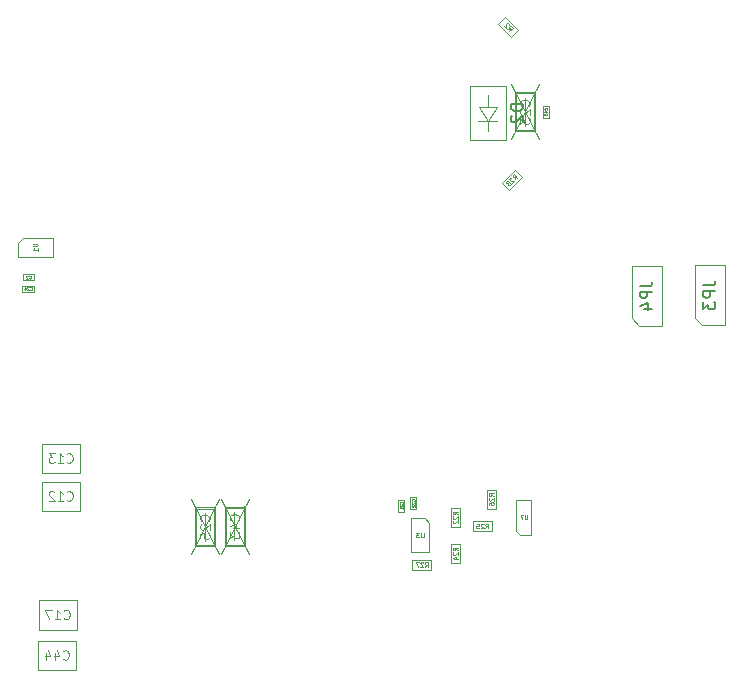
<source format=gbr>
G04 #@! TF.GenerationSoftware,KiCad,Pcbnew,9.0.1+1*
G04 #@! TF.CreationDate,2025-10-09T09:51:30+00:00*
G04 #@! TF.ProjectId,c64psu,63363470-7375-42e6-9b69-6361645f7063,rev?*
G04 #@! TF.SameCoordinates,Original*
G04 #@! TF.FileFunction,AssemblyDrawing,Bot*
%FSLAX46Y46*%
G04 Gerber Fmt 4.6, Leading zero omitted, Abs format (unit mm)*
G04 Created by KiCad (PCBNEW 9.0.1+1) date 2025-10-09 09:51:30*
%MOMM*%
%LPD*%
G01*
G04 APERTURE LIST*
%ADD10C,0.150000*%
%ADD11C,0.060000*%
%ADD12C,0.120000*%
%ADD13C,0.040000*%
%ADD14C,0.050000*%
%ADD15C,0.100000*%
G04 APERTURE END LIST*
D10*
X199601619Y-48048706D02*
X198601619Y-48048706D01*
X198601619Y-48048706D02*
X198601619Y-48286801D01*
X198601619Y-48286801D02*
X198649238Y-48429658D01*
X198649238Y-48429658D02*
X198744476Y-48524896D01*
X198744476Y-48524896D02*
X198839714Y-48572515D01*
X198839714Y-48572515D02*
X199030190Y-48620134D01*
X199030190Y-48620134D02*
X199173047Y-48620134D01*
X199173047Y-48620134D02*
X199363523Y-48572515D01*
X199363523Y-48572515D02*
X199458761Y-48524896D01*
X199458761Y-48524896D02*
X199554000Y-48429658D01*
X199554000Y-48429658D02*
X199601619Y-48286801D01*
X199601619Y-48286801D02*
X199601619Y-48048706D01*
X198696857Y-49001087D02*
X198649238Y-49048706D01*
X198649238Y-49048706D02*
X198601619Y-49143944D01*
X198601619Y-49143944D02*
X198601619Y-49382039D01*
X198601619Y-49382039D02*
X198649238Y-49477277D01*
X198649238Y-49477277D02*
X198696857Y-49524896D01*
X198696857Y-49524896D02*
X198792095Y-49572515D01*
X198792095Y-49572515D02*
X198887333Y-49572515D01*
X198887333Y-49572515D02*
X199030190Y-49524896D01*
X199030190Y-49524896D02*
X199601619Y-48953468D01*
X199601619Y-48953468D02*
X199601619Y-49572515D01*
D11*
X194085527Y-85798057D02*
X193895051Y-85664724D01*
X194085527Y-85569486D02*
X193685527Y-85569486D01*
X193685527Y-85569486D02*
X193685527Y-85721867D01*
X193685527Y-85721867D02*
X193704575Y-85759962D01*
X193704575Y-85759962D02*
X193723622Y-85779009D01*
X193723622Y-85779009D02*
X193761718Y-85798057D01*
X193761718Y-85798057D02*
X193818860Y-85798057D01*
X193818860Y-85798057D02*
X193856956Y-85779009D01*
X193856956Y-85779009D02*
X193876003Y-85759962D01*
X193876003Y-85759962D02*
X193895051Y-85721867D01*
X193895051Y-85721867D02*
X193895051Y-85569486D01*
X193723622Y-85950438D02*
X193704575Y-85969486D01*
X193704575Y-85969486D02*
X193685527Y-86007581D01*
X193685527Y-86007581D02*
X193685527Y-86102819D01*
X193685527Y-86102819D02*
X193704575Y-86140914D01*
X193704575Y-86140914D02*
X193723622Y-86159962D01*
X193723622Y-86159962D02*
X193761718Y-86179009D01*
X193761718Y-86179009D02*
X193799813Y-86179009D01*
X193799813Y-86179009D02*
X193856956Y-86159962D01*
X193856956Y-86159962D02*
X194085527Y-85931390D01*
X194085527Y-85931390D02*
X194085527Y-86179009D01*
X193818860Y-86521866D02*
X194085527Y-86521866D01*
X193666480Y-86426628D02*
X193952194Y-86331390D01*
X193952194Y-86331390D02*
X193952194Y-86579009D01*
X191211161Y-84313127D02*
X191211161Y-84636937D01*
X191211161Y-84636937D02*
X191192114Y-84675032D01*
X191192114Y-84675032D02*
X191173066Y-84694080D01*
X191173066Y-84694080D02*
X191134971Y-84713127D01*
X191134971Y-84713127D02*
X191058780Y-84713127D01*
X191058780Y-84713127D02*
X191020685Y-84694080D01*
X191020685Y-84694080D02*
X191001638Y-84675032D01*
X191001638Y-84675032D02*
X190982590Y-84636937D01*
X190982590Y-84636937D02*
X190982590Y-84313127D01*
X190830209Y-84313127D02*
X190582590Y-84313127D01*
X190582590Y-84313127D02*
X190715923Y-84465508D01*
X190715923Y-84465508D02*
X190658780Y-84465508D01*
X190658780Y-84465508D02*
X190620685Y-84484556D01*
X190620685Y-84484556D02*
X190601637Y-84503603D01*
X190601637Y-84503603D02*
X190582590Y-84541699D01*
X190582590Y-84541699D02*
X190582590Y-84636937D01*
X190582590Y-84636937D02*
X190601637Y-84675032D01*
X190601637Y-84675032D02*
X190620685Y-84694080D01*
X190620685Y-84694080D02*
X190658780Y-84713127D01*
X190658780Y-84713127D02*
X190773066Y-84713127D01*
X190773066Y-84713127D02*
X190811161Y-84694080D01*
X190811161Y-84694080D02*
X190830209Y-84675032D01*
X158125527Y-59842438D02*
X158449337Y-59842438D01*
X158449337Y-59842438D02*
X158487432Y-59861485D01*
X158487432Y-59861485D02*
X158506480Y-59880533D01*
X158506480Y-59880533D02*
X158525527Y-59918628D01*
X158525527Y-59918628D02*
X158525527Y-59994819D01*
X158525527Y-59994819D02*
X158506480Y-60032914D01*
X158506480Y-60032914D02*
X158487432Y-60051961D01*
X158487432Y-60051961D02*
X158449337Y-60071009D01*
X158449337Y-60071009D02*
X158125527Y-60071009D01*
X158525527Y-60471009D02*
X158525527Y-60242438D01*
X158525527Y-60356724D02*
X158125527Y-60356724D01*
X158125527Y-60356724D02*
X158182670Y-60318628D01*
X158182670Y-60318628D02*
X158220765Y-60280533D01*
X158220765Y-60280533D02*
X158239813Y-60242438D01*
X191315942Y-87202327D02*
X191449275Y-87011851D01*
X191544513Y-87202327D02*
X191544513Y-86802327D01*
X191544513Y-86802327D02*
X191392132Y-86802327D01*
X191392132Y-86802327D02*
X191354037Y-86821375D01*
X191354037Y-86821375D02*
X191334990Y-86840422D01*
X191334990Y-86840422D02*
X191315942Y-86878518D01*
X191315942Y-86878518D02*
X191315942Y-86935660D01*
X191315942Y-86935660D02*
X191334990Y-86973756D01*
X191334990Y-86973756D02*
X191354037Y-86992803D01*
X191354037Y-86992803D02*
X191392132Y-87011851D01*
X191392132Y-87011851D02*
X191544513Y-87011851D01*
X191163561Y-86840422D02*
X191144513Y-86821375D01*
X191144513Y-86821375D02*
X191106418Y-86802327D01*
X191106418Y-86802327D02*
X191011180Y-86802327D01*
X191011180Y-86802327D02*
X190973085Y-86821375D01*
X190973085Y-86821375D02*
X190954037Y-86840422D01*
X190954037Y-86840422D02*
X190934990Y-86878518D01*
X190934990Y-86878518D02*
X190934990Y-86916613D01*
X190934990Y-86916613D02*
X190954037Y-86973756D01*
X190954037Y-86973756D02*
X191182609Y-87202327D01*
X191182609Y-87202327D02*
X190934990Y-87202327D01*
X190801657Y-86802327D02*
X190534990Y-86802327D01*
X190534990Y-86802327D02*
X190706419Y-87202327D01*
X197133527Y-81213857D02*
X196943051Y-81080524D01*
X197133527Y-80985286D02*
X196733527Y-80985286D01*
X196733527Y-80985286D02*
X196733527Y-81137667D01*
X196733527Y-81137667D02*
X196752575Y-81175762D01*
X196752575Y-81175762D02*
X196771622Y-81194809D01*
X196771622Y-81194809D02*
X196809718Y-81213857D01*
X196809718Y-81213857D02*
X196866860Y-81213857D01*
X196866860Y-81213857D02*
X196904956Y-81194809D01*
X196904956Y-81194809D02*
X196924003Y-81175762D01*
X196924003Y-81175762D02*
X196943051Y-81137667D01*
X196943051Y-81137667D02*
X196943051Y-80985286D01*
X196771622Y-81366238D02*
X196752575Y-81385286D01*
X196752575Y-81385286D02*
X196733527Y-81423381D01*
X196733527Y-81423381D02*
X196733527Y-81518619D01*
X196733527Y-81518619D02*
X196752575Y-81556714D01*
X196752575Y-81556714D02*
X196771622Y-81575762D01*
X196771622Y-81575762D02*
X196809718Y-81594809D01*
X196809718Y-81594809D02*
X196847813Y-81594809D01*
X196847813Y-81594809D02*
X196904956Y-81575762D01*
X196904956Y-81575762D02*
X197133527Y-81347190D01*
X197133527Y-81347190D02*
X197133527Y-81594809D01*
X196733527Y-81937666D02*
X196733527Y-81861476D01*
X196733527Y-81861476D02*
X196752575Y-81823380D01*
X196752575Y-81823380D02*
X196771622Y-81804333D01*
X196771622Y-81804333D02*
X196828765Y-81766238D01*
X196828765Y-81766238D02*
X196904956Y-81747190D01*
X196904956Y-81747190D02*
X197057337Y-81747190D01*
X197057337Y-81747190D02*
X197095432Y-81766238D01*
X197095432Y-81766238D02*
X197114480Y-81785285D01*
X197114480Y-81785285D02*
X197133527Y-81823380D01*
X197133527Y-81823380D02*
X197133527Y-81899571D01*
X197133527Y-81899571D02*
X197114480Y-81937666D01*
X197114480Y-81937666D02*
X197095432Y-81956714D01*
X197095432Y-81956714D02*
X197057337Y-81975761D01*
X197057337Y-81975761D02*
X196962099Y-81975761D01*
X196962099Y-81975761D02*
X196924003Y-81956714D01*
X196924003Y-81956714D02*
X196904956Y-81937666D01*
X196904956Y-81937666D02*
X196885908Y-81899571D01*
X196885908Y-81899571D02*
X196885908Y-81823380D01*
X196885908Y-81823380D02*
X196904956Y-81785285D01*
X196904956Y-81785285D02*
X196924003Y-81766238D01*
X196924003Y-81766238D02*
X196962099Y-81747190D01*
D12*
X160686685Y-94978864D02*
X160724781Y-95016960D01*
X160724781Y-95016960D02*
X160839066Y-95055055D01*
X160839066Y-95055055D02*
X160915257Y-95055055D01*
X160915257Y-95055055D02*
X161029543Y-95016960D01*
X161029543Y-95016960D02*
X161105733Y-94940769D01*
X161105733Y-94940769D02*
X161143828Y-94864579D01*
X161143828Y-94864579D02*
X161181924Y-94712198D01*
X161181924Y-94712198D02*
X161181924Y-94597912D01*
X161181924Y-94597912D02*
X161143828Y-94445531D01*
X161143828Y-94445531D02*
X161105733Y-94369340D01*
X161105733Y-94369340D02*
X161029543Y-94293150D01*
X161029543Y-94293150D02*
X160915257Y-94255055D01*
X160915257Y-94255055D02*
X160839066Y-94255055D01*
X160839066Y-94255055D02*
X160724781Y-94293150D01*
X160724781Y-94293150D02*
X160686685Y-94331245D01*
X160000971Y-94521721D02*
X160000971Y-95055055D01*
X160191447Y-94216960D02*
X160381924Y-94788388D01*
X160381924Y-94788388D02*
X159886685Y-94788388D01*
X159239066Y-94521721D02*
X159239066Y-95055055D01*
X159429542Y-94216960D02*
X159620019Y-94788388D01*
X159620019Y-94788388D02*
X159124780Y-94788388D01*
X160991485Y-78316464D02*
X161029581Y-78354560D01*
X161029581Y-78354560D02*
X161143866Y-78392655D01*
X161143866Y-78392655D02*
X161220057Y-78392655D01*
X161220057Y-78392655D02*
X161334343Y-78354560D01*
X161334343Y-78354560D02*
X161410533Y-78278369D01*
X161410533Y-78278369D02*
X161448628Y-78202179D01*
X161448628Y-78202179D02*
X161486724Y-78049798D01*
X161486724Y-78049798D02*
X161486724Y-77935512D01*
X161486724Y-77935512D02*
X161448628Y-77783131D01*
X161448628Y-77783131D02*
X161410533Y-77706940D01*
X161410533Y-77706940D02*
X161334343Y-77630750D01*
X161334343Y-77630750D02*
X161220057Y-77592655D01*
X161220057Y-77592655D02*
X161143866Y-77592655D01*
X161143866Y-77592655D02*
X161029581Y-77630750D01*
X161029581Y-77630750D02*
X160991485Y-77668845D01*
X160229581Y-78392655D02*
X160686724Y-78392655D01*
X160458152Y-78392655D02*
X160458152Y-77592655D01*
X160458152Y-77592655D02*
X160534343Y-77706940D01*
X160534343Y-77706940D02*
X160610533Y-77783131D01*
X160610533Y-77783131D02*
X160686724Y-77821226D01*
X159962914Y-77592655D02*
X159467676Y-77592655D01*
X159467676Y-77592655D02*
X159734342Y-77897417D01*
X159734342Y-77897417D02*
X159620057Y-77897417D01*
X159620057Y-77897417D02*
X159543866Y-77935512D01*
X159543866Y-77935512D02*
X159505771Y-77973607D01*
X159505771Y-77973607D02*
X159467676Y-78049798D01*
X159467676Y-78049798D02*
X159467676Y-78240274D01*
X159467676Y-78240274D02*
X159505771Y-78316464D01*
X159505771Y-78316464D02*
X159543866Y-78354560D01*
X159543866Y-78354560D02*
X159620057Y-78392655D01*
X159620057Y-78392655D02*
X159848628Y-78392655D01*
X159848628Y-78392655D02*
X159924819Y-78354560D01*
X159924819Y-78354560D02*
X159962914Y-78316464D01*
X175541372Y-83247930D02*
X175579468Y-83209834D01*
X175579468Y-83209834D02*
X175617563Y-83095549D01*
X175617563Y-83095549D02*
X175617563Y-83019358D01*
X175617563Y-83019358D02*
X175579468Y-82905072D01*
X175579468Y-82905072D02*
X175503277Y-82828882D01*
X175503277Y-82828882D02*
X175427087Y-82790787D01*
X175427087Y-82790787D02*
X175274706Y-82752691D01*
X175274706Y-82752691D02*
X175160420Y-82752691D01*
X175160420Y-82752691D02*
X175008039Y-82790787D01*
X175008039Y-82790787D02*
X174931848Y-82828882D01*
X174931848Y-82828882D02*
X174855658Y-82905072D01*
X174855658Y-82905072D02*
X174817563Y-83019358D01*
X174817563Y-83019358D02*
X174817563Y-83095549D01*
X174817563Y-83095549D02*
X174855658Y-83209834D01*
X174855658Y-83209834D02*
X174893753Y-83247930D01*
X175084229Y-83933644D02*
X175617563Y-83933644D01*
X174779468Y-83743168D02*
X175350896Y-83552691D01*
X175350896Y-83552691D02*
X175350896Y-84047930D01*
X174817563Y-84276501D02*
X174817563Y-84771739D01*
X174817563Y-84771739D02*
X175122325Y-84505073D01*
X175122325Y-84505073D02*
X175122325Y-84619358D01*
X175122325Y-84619358D02*
X175160420Y-84695549D01*
X175160420Y-84695549D02*
X175198515Y-84733644D01*
X175198515Y-84733644D02*
X175274706Y-84771739D01*
X175274706Y-84771739D02*
X175465182Y-84771739D01*
X175465182Y-84771739D02*
X175541372Y-84733644D01*
X175541372Y-84733644D02*
X175579468Y-84695549D01*
X175579468Y-84695549D02*
X175617563Y-84619358D01*
X175617563Y-84619358D02*
X175617563Y-84390787D01*
X175617563Y-84390787D02*
X175579468Y-84314596D01*
X175579468Y-84314596D02*
X175541372Y-84276501D01*
X175198591Y-84951739D02*
X175198591Y-82572691D01*
D11*
X198989269Y-54404415D02*
X198948863Y-54175447D01*
X199150893Y-54242790D02*
X198868051Y-53959947D01*
X198868051Y-53959947D02*
X198760301Y-54067697D01*
X198760301Y-54067697D02*
X198746832Y-54108103D01*
X198746832Y-54108103D02*
X198746832Y-54135041D01*
X198746832Y-54135041D02*
X198760301Y-54175447D01*
X198760301Y-54175447D02*
X198800707Y-54215853D01*
X198800707Y-54215853D02*
X198841113Y-54229321D01*
X198841113Y-54229321D02*
X198868051Y-54229321D01*
X198868051Y-54229321D02*
X198908457Y-54215853D01*
X198908457Y-54215853D02*
X199016206Y-54108103D01*
X198625614Y-54256259D02*
X198598677Y-54256259D01*
X198598677Y-54256259D02*
X198558271Y-54269728D01*
X198558271Y-54269728D02*
X198490927Y-54337071D01*
X198490927Y-54337071D02*
X198477458Y-54377477D01*
X198477458Y-54377477D02*
X198477458Y-54404415D01*
X198477458Y-54404415D02*
X198490927Y-54444821D01*
X198490927Y-54444821D02*
X198517864Y-54471758D01*
X198517864Y-54471758D02*
X198571739Y-54498695D01*
X198571739Y-54498695D02*
X198894988Y-54498695D01*
X198894988Y-54498695D02*
X198719895Y-54673789D01*
X198396646Y-54673788D02*
X198410115Y-54633382D01*
X198410115Y-54633382D02*
X198410115Y-54606445D01*
X198410115Y-54606445D02*
X198396646Y-54566039D01*
X198396646Y-54566039D02*
X198383178Y-54552570D01*
X198383178Y-54552570D02*
X198342772Y-54539101D01*
X198342772Y-54539101D02*
X198315834Y-54539101D01*
X198315834Y-54539101D02*
X198275428Y-54552570D01*
X198275428Y-54552570D02*
X198221553Y-54606445D01*
X198221553Y-54606445D02*
X198208085Y-54646851D01*
X198208085Y-54646851D02*
X198208085Y-54673788D01*
X198208085Y-54673788D02*
X198221553Y-54714194D01*
X198221553Y-54714194D02*
X198235022Y-54727663D01*
X198235022Y-54727663D02*
X198275428Y-54741132D01*
X198275428Y-54741132D02*
X198302365Y-54741132D01*
X198302365Y-54741132D02*
X198342772Y-54727663D01*
X198342772Y-54727663D02*
X198396646Y-54673788D01*
X198396646Y-54673788D02*
X198437052Y-54660320D01*
X198437052Y-54660320D02*
X198463990Y-54660320D01*
X198463990Y-54660320D02*
X198504396Y-54673788D01*
X198504396Y-54673788D02*
X198558271Y-54727663D01*
X198558271Y-54727663D02*
X198571739Y-54768069D01*
X198571739Y-54768069D02*
X198571739Y-54795007D01*
X198571739Y-54795007D02*
X198558271Y-54835413D01*
X198558271Y-54835413D02*
X198504396Y-54889288D01*
X198504396Y-54889288D02*
X198463990Y-54902756D01*
X198463990Y-54902756D02*
X198437052Y-54902756D01*
X198437052Y-54902756D02*
X198396646Y-54889288D01*
X198396646Y-54889288D02*
X198342772Y-54835413D01*
X198342772Y-54835413D02*
X198329303Y-54795007D01*
X198329303Y-54795007D02*
X198329303Y-54768069D01*
X198329303Y-54768069D02*
X198342772Y-54727663D01*
D12*
X200107664Y-48155714D02*
X200145760Y-48117618D01*
X200145760Y-48117618D02*
X200183855Y-48003333D01*
X200183855Y-48003333D02*
X200183855Y-47927142D01*
X200183855Y-47927142D02*
X200145760Y-47812856D01*
X200145760Y-47812856D02*
X200069569Y-47736666D01*
X200069569Y-47736666D02*
X199993379Y-47698571D01*
X199993379Y-47698571D02*
X199840998Y-47660475D01*
X199840998Y-47660475D02*
X199726712Y-47660475D01*
X199726712Y-47660475D02*
X199574331Y-47698571D01*
X199574331Y-47698571D02*
X199498140Y-47736666D01*
X199498140Y-47736666D02*
X199421950Y-47812856D01*
X199421950Y-47812856D02*
X199383855Y-47927142D01*
X199383855Y-47927142D02*
X199383855Y-48003333D01*
X199383855Y-48003333D02*
X199421950Y-48117618D01*
X199421950Y-48117618D02*
X199460045Y-48155714D01*
X199460045Y-48460475D02*
X199421950Y-48498571D01*
X199421950Y-48498571D02*
X199383855Y-48574761D01*
X199383855Y-48574761D02*
X199383855Y-48765237D01*
X199383855Y-48765237D02*
X199421950Y-48841428D01*
X199421950Y-48841428D02*
X199460045Y-48879523D01*
X199460045Y-48879523D02*
X199536236Y-48917618D01*
X199536236Y-48917618D02*
X199612426Y-48917618D01*
X199612426Y-48917618D02*
X199726712Y-48879523D01*
X199726712Y-48879523D02*
X200183855Y-48422380D01*
X200183855Y-48422380D02*
X200183855Y-48917618D01*
X199383855Y-49184285D02*
X199383855Y-49679523D01*
X199383855Y-49679523D02*
X199688617Y-49412857D01*
X199688617Y-49412857D02*
X199688617Y-49527142D01*
X199688617Y-49527142D02*
X199726712Y-49603333D01*
X199726712Y-49603333D02*
X199764807Y-49641428D01*
X199764807Y-49641428D02*
X199840998Y-49679523D01*
X199840998Y-49679523D02*
X200031474Y-49679523D01*
X200031474Y-49679523D02*
X200107664Y-49641428D01*
X200107664Y-49641428D02*
X200145760Y-49603333D01*
X200145760Y-49603333D02*
X200183855Y-49527142D01*
X200183855Y-49527142D02*
X200183855Y-49298571D01*
X200183855Y-49298571D02*
X200145760Y-49222380D01*
X200145760Y-49222380D02*
X200107664Y-49184285D01*
X199783855Y-49859523D02*
X199783855Y-47480475D01*
D13*
X157894714Y-63742165D02*
X157906618Y-63754070D01*
X157906618Y-63754070D02*
X157942333Y-63765974D01*
X157942333Y-63765974D02*
X157966142Y-63765974D01*
X157966142Y-63765974D02*
X158001856Y-63754070D01*
X158001856Y-63754070D02*
X158025666Y-63730260D01*
X158025666Y-63730260D02*
X158037571Y-63706450D01*
X158037571Y-63706450D02*
X158049475Y-63658831D01*
X158049475Y-63658831D02*
X158049475Y-63623117D01*
X158049475Y-63623117D02*
X158037571Y-63575498D01*
X158037571Y-63575498D02*
X158025666Y-63551689D01*
X158025666Y-63551689D02*
X158001856Y-63527879D01*
X158001856Y-63527879D02*
X157966142Y-63515974D01*
X157966142Y-63515974D02*
X157942333Y-63515974D01*
X157942333Y-63515974D02*
X157906618Y-63527879D01*
X157906618Y-63527879D02*
X157894714Y-63539784D01*
X157799475Y-63539784D02*
X157787571Y-63527879D01*
X157787571Y-63527879D02*
X157763761Y-63515974D01*
X157763761Y-63515974D02*
X157704237Y-63515974D01*
X157704237Y-63515974D02*
X157680428Y-63527879D01*
X157680428Y-63527879D02*
X157668523Y-63539784D01*
X157668523Y-63539784D02*
X157656618Y-63563593D01*
X157656618Y-63563593D02*
X157656618Y-63587403D01*
X157656618Y-63587403D02*
X157668523Y-63623117D01*
X157668523Y-63623117D02*
X157811380Y-63765974D01*
X157811380Y-63765974D02*
X157656618Y-63765974D01*
X157442333Y-63599308D02*
X157442333Y-63765974D01*
X157501857Y-63504070D02*
X157561380Y-63682641D01*
X157561380Y-63682641D02*
X157406619Y-63682641D01*
D12*
X160991485Y-81516864D02*
X161029581Y-81554960D01*
X161029581Y-81554960D02*
X161143866Y-81593055D01*
X161143866Y-81593055D02*
X161220057Y-81593055D01*
X161220057Y-81593055D02*
X161334343Y-81554960D01*
X161334343Y-81554960D02*
X161410533Y-81478769D01*
X161410533Y-81478769D02*
X161448628Y-81402579D01*
X161448628Y-81402579D02*
X161486724Y-81250198D01*
X161486724Y-81250198D02*
X161486724Y-81135912D01*
X161486724Y-81135912D02*
X161448628Y-80983531D01*
X161448628Y-80983531D02*
X161410533Y-80907340D01*
X161410533Y-80907340D02*
X161334343Y-80831150D01*
X161334343Y-80831150D02*
X161220057Y-80793055D01*
X161220057Y-80793055D02*
X161143866Y-80793055D01*
X161143866Y-80793055D02*
X161029581Y-80831150D01*
X161029581Y-80831150D02*
X160991485Y-80869245D01*
X160229581Y-81593055D02*
X160686724Y-81593055D01*
X160458152Y-81593055D02*
X160458152Y-80793055D01*
X160458152Y-80793055D02*
X160534343Y-80907340D01*
X160534343Y-80907340D02*
X160610533Y-80983531D01*
X160610533Y-80983531D02*
X160686724Y-81021626D01*
X159924819Y-80869245D02*
X159886723Y-80831150D01*
X159886723Y-80831150D02*
X159810533Y-80793055D01*
X159810533Y-80793055D02*
X159620057Y-80793055D01*
X159620057Y-80793055D02*
X159543866Y-80831150D01*
X159543866Y-80831150D02*
X159505771Y-80869245D01*
X159505771Y-80869245D02*
X159467676Y-80945436D01*
X159467676Y-80945436D02*
X159467676Y-81021626D01*
X159467676Y-81021626D02*
X159505771Y-81135912D01*
X159505771Y-81135912D02*
X159962914Y-81593055D01*
X159962914Y-81593055D02*
X159467676Y-81593055D01*
X160737485Y-91575264D02*
X160775581Y-91613360D01*
X160775581Y-91613360D02*
X160889866Y-91651455D01*
X160889866Y-91651455D02*
X160966057Y-91651455D01*
X160966057Y-91651455D02*
X161080343Y-91613360D01*
X161080343Y-91613360D02*
X161156533Y-91537169D01*
X161156533Y-91537169D02*
X161194628Y-91460979D01*
X161194628Y-91460979D02*
X161232724Y-91308598D01*
X161232724Y-91308598D02*
X161232724Y-91194312D01*
X161232724Y-91194312D02*
X161194628Y-91041931D01*
X161194628Y-91041931D02*
X161156533Y-90965740D01*
X161156533Y-90965740D02*
X161080343Y-90889550D01*
X161080343Y-90889550D02*
X160966057Y-90851455D01*
X160966057Y-90851455D02*
X160889866Y-90851455D01*
X160889866Y-90851455D02*
X160775581Y-90889550D01*
X160775581Y-90889550D02*
X160737485Y-90927645D01*
X159975581Y-91651455D02*
X160432724Y-91651455D01*
X160204152Y-91651455D02*
X160204152Y-90851455D01*
X160204152Y-90851455D02*
X160280343Y-90965740D01*
X160280343Y-90965740D02*
X160356533Y-91041931D01*
X160356533Y-91041931D02*
X160432724Y-91080026D01*
X159708914Y-90851455D02*
X159175580Y-90851455D01*
X159175580Y-90851455D02*
X159518438Y-91651455D01*
D11*
X196446742Y-83951127D02*
X196580075Y-83760651D01*
X196675313Y-83951127D02*
X196675313Y-83551127D01*
X196675313Y-83551127D02*
X196522932Y-83551127D01*
X196522932Y-83551127D02*
X196484837Y-83570175D01*
X196484837Y-83570175D02*
X196465790Y-83589222D01*
X196465790Y-83589222D02*
X196446742Y-83627318D01*
X196446742Y-83627318D02*
X196446742Y-83684460D01*
X196446742Y-83684460D02*
X196465790Y-83722556D01*
X196465790Y-83722556D02*
X196484837Y-83741603D01*
X196484837Y-83741603D02*
X196522932Y-83760651D01*
X196522932Y-83760651D02*
X196675313Y-83760651D01*
X196294361Y-83589222D02*
X196275313Y-83570175D01*
X196275313Y-83570175D02*
X196237218Y-83551127D01*
X196237218Y-83551127D02*
X196141980Y-83551127D01*
X196141980Y-83551127D02*
X196103885Y-83570175D01*
X196103885Y-83570175D02*
X196084837Y-83589222D01*
X196084837Y-83589222D02*
X196065790Y-83627318D01*
X196065790Y-83627318D02*
X196065790Y-83665413D01*
X196065790Y-83665413D02*
X196084837Y-83722556D01*
X196084837Y-83722556D02*
X196313409Y-83951127D01*
X196313409Y-83951127D02*
X196065790Y-83951127D01*
X195703885Y-83551127D02*
X195894361Y-83551127D01*
X195894361Y-83551127D02*
X195913409Y-83741603D01*
X195913409Y-83741603D02*
X195894361Y-83722556D01*
X195894361Y-83722556D02*
X195856266Y-83703508D01*
X195856266Y-83703508D02*
X195761028Y-83703508D01*
X195761028Y-83703508D02*
X195722933Y-83722556D01*
X195722933Y-83722556D02*
X195703885Y-83741603D01*
X195703885Y-83741603D02*
X195684838Y-83779699D01*
X195684838Y-83779699D02*
X195684838Y-83874937D01*
X195684838Y-83874937D02*
X195703885Y-83913032D01*
X195703885Y-83913032D02*
X195722933Y-83932080D01*
X195722933Y-83932080D02*
X195761028Y-83951127D01*
X195761028Y-83951127D02*
X195856266Y-83951127D01*
X195856266Y-83951127D02*
X195894361Y-83932080D01*
X195894361Y-83932080D02*
X195913409Y-83913032D01*
D10*
X214897619Y-63382865D02*
X215611904Y-63382865D01*
X215611904Y-63382865D02*
X215754761Y-63335246D01*
X215754761Y-63335246D02*
X215850000Y-63240008D01*
X215850000Y-63240008D02*
X215897619Y-63097151D01*
X215897619Y-63097151D02*
X215897619Y-63001913D01*
X215897619Y-63859056D02*
X214897619Y-63859056D01*
X214897619Y-63859056D02*
X214897619Y-64240008D01*
X214897619Y-64240008D02*
X214945238Y-64335246D01*
X214945238Y-64335246D02*
X214992857Y-64382865D01*
X214992857Y-64382865D02*
X215088095Y-64430484D01*
X215088095Y-64430484D02*
X215230952Y-64430484D01*
X215230952Y-64430484D02*
X215326190Y-64382865D01*
X215326190Y-64382865D02*
X215373809Y-64335246D01*
X215373809Y-64335246D02*
X215421428Y-64240008D01*
X215421428Y-64240008D02*
X215421428Y-63859056D01*
X214897619Y-64763818D02*
X214897619Y-65382865D01*
X214897619Y-65382865D02*
X215278571Y-65049532D01*
X215278571Y-65049532D02*
X215278571Y-65192389D01*
X215278571Y-65192389D02*
X215326190Y-65287627D01*
X215326190Y-65287627D02*
X215373809Y-65335246D01*
X215373809Y-65335246D02*
X215469047Y-65382865D01*
X215469047Y-65382865D02*
X215707142Y-65382865D01*
X215707142Y-65382865D02*
X215802380Y-65335246D01*
X215802380Y-65335246D02*
X215850000Y-65287627D01*
X215850000Y-65287627D02*
X215897619Y-65192389D01*
X215897619Y-65192389D02*
X215897619Y-64906675D01*
X215897619Y-64906675D02*
X215850000Y-64811437D01*
X215850000Y-64811437D02*
X215802380Y-64763818D01*
D13*
X189421365Y-81858485D02*
X189433270Y-81846581D01*
X189433270Y-81846581D02*
X189445174Y-81810866D01*
X189445174Y-81810866D02*
X189445174Y-81787057D01*
X189445174Y-81787057D02*
X189433270Y-81751343D01*
X189433270Y-81751343D02*
X189409460Y-81727533D01*
X189409460Y-81727533D02*
X189385650Y-81715628D01*
X189385650Y-81715628D02*
X189338031Y-81703724D01*
X189338031Y-81703724D02*
X189302317Y-81703724D01*
X189302317Y-81703724D02*
X189254698Y-81715628D01*
X189254698Y-81715628D02*
X189230889Y-81727533D01*
X189230889Y-81727533D02*
X189207079Y-81751343D01*
X189207079Y-81751343D02*
X189195174Y-81787057D01*
X189195174Y-81787057D02*
X189195174Y-81810866D01*
X189195174Y-81810866D02*
X189207079Y-81846581D01*
X189207079Y-81846581D02*
X189218984Y-81858485D01*
X189218984Y-81953724D02*
X189207079Y-81965628D01*
X189207079Y-81965628D02*
X189195174Y-81989438D01*
X189195174Y-81989438D02*
X189195174Y-82048962D01*
X189195174Y-82048962D02*
X189207079Y-82072771D01*
X189207079Y-82072771D02*
X189218984Y-82084676D01*
X189218984Y-82084676D02*
X189242793Y-82096581D01*
X189242793Y-82096581D02*
X189266603Y-82096581D01*
X189266603Y-82096581D02*
X189302317Y-82084676D01*
X189302317Y-82084676D02*
X189445174Y-81941819D01*
X189445174Y-81941819D02*
X189445174Y-82096581D01*
X189445174Y-82334676D02*
X189445174Y-82191819D01*
X189445174Y-82263247D02*
X189195174Y-82263247D01*
X189195174Y-82263247D02*
X189230889Y-82239438D01*
X189230889Y-82239438D02*
X189254698Y-82215628D01*
X189254698Y-82215628D02*
X189266603Y-82191819D01*
D14*
X199938609Y-82846738D02*
X199938609Y-83105785D01*
X199938609Y-83105785D02*
X199923371Y-83136261D01*
X199923371Y-83136261D02*
X199908133Y-83151500D01*
X199908133Y-83151500D02*
X199877657Y-83166738D01*
X199877657Y-83166738D02*
X199816704Y-83166738D01*
X199816704Y-83166738D02*
X199786228Y-83151500D01*
X199786228Y-83151500D02*
X199770990Y-83136261D01*
X199770990Y-83136261D02*
X199755752Y-83105785D01*
X199755752Y-83105785D02*
X199755752Y-82846738D01*
X199633847Y-82846738D02*
X199420514Y-82846738D01*
X199420514Y-82846738D02*
X199557657Y-83166738D01*
D12*
X173009407Y-83299456D02*
X173047503Y-83261360D01*
X173047503Y-83261360D02*
X173085598Y-83147075D01*
X173085598Y-83147075D02*
X173085598Y-83070884D01*
X173085598Y-83070884D02*
X173047503Y-82956598D01*
X173047503Y-82956598D02*
X172971312Y-82880408D01*
X172971312Y-82880408D02*
X172895122Y-82842313D01*
X172895122Y-82842313D02*
X172742741Y-82804217D01*
X172742741Y-82804217D02*
X172628455Y-82804217D01*
X172628455Y-82804217D02*
X172476074Y-82842313D01*
X172476074Y-82842313D02*
X172399883Y-82880408D01*
X172399883Y-82880408D02*
X172323693Y-82956598D01*
X172323693Y-82956598D02*
X172285598Y-83070884D01*
X172285598Y-83070884D02*
X172285598Y-83147075D01*
X172285598Y-83147075D02*
X172323693Y-83261360D01*
X172323693Y-83261360D02*
X172361788Y-83299456D01*
X172361788Y-83604217D02*
X172323693Y-83642313D01*
X172323693Y-83642313D02*
X172285598Y-83718503D01*
X172285598Y-83718503D02*
X172285598Y-83908979D01*
X172285598Y-83908979D02*
X172323693Y-83985170D01*
X172323693Y-83985170D02*
X172361788Y-84023265D01*
X172361788Y-84023265D02*
X172437979Y-84061360D01*
X172437979Y-84061360D02*
X172514169Y-84061360D01*
X172514169Y-84061360D02*
X172628455Y-84023265D01*
X172628455Y-84023265D02*
X173085598Y-83566122D01*
X173085598Y-83566122D02*
X173085598Y-84061360D01*
X172285598Y-84785170D02*
X172285598Y-84404218D01*
X172285598Y-84404218D02*
X172666550Y-84366122D01*
X172666550Y-84366122D02*
X172628455Y-84404218D01*
X172628455Y-84404218D02*
X172590360Y-84480408D01*
X172590360Y-84480408D02*
X172590360Y-84670884D01*
X172590360Y-84670884D02*
X172628455Y-84747075D01*
X172628455Y-84747075D02*
X172666550Y-84785170D01*
X172666550Y-84785170D02*
X172742741Y-84823265D01*
X172742741Y-84823265D02*
X172933217Y-84823265D01*
X172933217Y-84823265D02*
X173009407Y-84785170D01*
X173009407Y-84785170D02*
X173047503Y-84747075D01*
X173047503Y-84747075D02*
X173085598Y-84670884D01*
X173085598Y-84670884D02*
X173085598Y-84480408D01*
X173085598Y-84480408D02*
X173047503Y-84404218D01*
X173047503Y-84404218D02*
X173009407Y-84366122D01*
X172685598Y-85003265D02*
X172685598Y-82624217D01*
D13*
X201664165Y-48505685D02*
X201676070Y-48493781D01*
X201676070Y-48493781D02*
X201687974Y-48458066D01*
X201687974Y-48458066D02*
X201687974Y-48434257D01*
X201687974Y-48434257D02*
X201676070Y-48398543D01*
X201676070Y-48398543D02*
X201652260Y-48374733D01*
X201652260Y-48374733D02*
X201628450Y-48362828D01*
X201628450Y-48362828D02*
X201580831Y-48350924D01*
X201580831Y-48350924D02*
X201545117Y-48350924D01*
X201545117Y-48350924D02*
X201497498Y-48362828D01*
X201497498Y-48362828D02*
X201473689Y-48374733D01*
X201473689Y-48374733D02*
X201449879Y-48398543D01*
X201449879Y-48398543D02*
X201437974Y-48434257D01*
X201437974Y-48434257D02*
X201437974Y-48458066D01*
X201437974Y-48458066D02*
X201449879Y-48493781D01*
X201449879Y-48493781D02*
X201461784Y-48505685D01*
X201521308Y-48719971D02*
X201687974Y-48719971D01*
X201426070Y-48660447D02*
X201604641Y-48600924D01*
X201604641Y-48600924D02*
X201604641Y-48755685D01*
X201461784Y-48839019D02*
X201449879Y-48850923D01*
X201449879Y-48850923D02*
X201437974Y-48874733D01*
X201437974Y-48874733D02*
X201437974Y-48934257D01*
X201437974Y-48934257D02*
X201449879Y-48958066D01*
X201449879Y-48958066D02*
X201461784Y-48969971D01*
X201461784Y-48969971D02*
X201485593Y-48981876D01*
X201485593Y-48981876D02*
X201509403Y-48981876D01*
X201509403Y-48981876D02*
X201545117Y-48969971D01*
X201545117Y-48969971D02*
X201687974Y-48827114D01*
X201687974Y-48827114D02*
X201687974Y-48981876D01*
X190437365Y-81627285D02*
X190449270Y-81615381D01*
X190449270Y-81615381D02*
X190461174Y-81579666D01*
X190461174Y-81579666D02*
X190461174Y-81555857D01*
X190461174Y-81555857D02*
X190449270Y-81520143D01*
X190449270Y-81520143D02*
X190425460Y-81496333D01*
X190425460Y-81496333D02*
X190401650Y-81484428D01*
X190401650Y-81484428D02*
X190354031Y-81472524D01*
X190354031Y-81472524D02*
X190318317Y-81472524D01*
X190318317Y-81472524D02*
X190270698Y-81484428D01*
X190270698Y-81484428D02*
X190246889Y-81496333D01*
X190246889Y-81496333D02*
X190223079Y-81520143D01*
X190223079Y-81520143D02*
X190211174Y-81555857D01*
X190211174Y-81555857D02*
X190211174Y-81579666D01*
X190211174Y-81579666D02*
X190223079Y-81615381D01*
X190223079Y-81615381D02*
X190234984Y-81627285D01*
X190234984Y-81722524D02*
X190223079Y-81734428D01*
X190223079Y-81734428D02*
X190211174Y-81758238D01*
X190211174Y-81758238D02*
X190211174Y-81817762D01*
X190211174Y-81817762D02*
X190223079Y-81841571D01*
X190223079Y-81841571D02*
X190234984Y-81853476D01*
X190234984Y-81853476D02*
X190258793Y-81865381D01*
X190258793Y-81865381D02*
X190282603Y-81865381D01*
X190282603Y-81865381D02*
X190318317Y-81853476D01*
X190318317Y-81853476D02*
X190461174Y-81710619D01*
X190461174Y-81710619D02*
X190461174Y-81865381D01*
X190234984Y-81960619D02*
X190223079Y-81972523D01*
X190223079Y-81972523D02*
X190211174Y-81996333D01*
X190211174Y-81996333D02*
X190211174Y-82055857D01*
X190211174Y-82055857D02*
X190223079Y-82079666D01*
X190223079Y-82079666D02*
X190234984Y-82091571D01*
X190234984Y-82091571D02*
X190258793Y-82103476D01*
X190258793Y-82103476D02*
X190282603Y-82103476D01*
X190282603Y-82103476D02*
X190318317Y-82091571D01*
X190318317Y-82091571D02*
X190461174Y-81948714D01*
X190461174Y-81948714D02*
X190461174Y-82103476D01*
D11*
X198292498Y-41679382D02*
X198521465Y-41638976D01*
X198454122Y-41841006D02*
X198736965Y-41558164D01*
X198736965Y-41558164D02*
X198629215Y-41450414D01*
X198629215Y-41450414D02*
X198588809Y-41436945D01*
X198588809Y-41436945D02*
X198561872Y-41436945D01*
X198561872Y-41436945D02*
X198521465Y-41450414D01*
X198521465Y-41450414D02*
X198481059Y-41490820D01*
X198481059Y-41490820D02*
X198467591Y-41531226D01*
X198467591Y-41531226D02*
X198467591Y-41558164D01*
X198467591Y-41558164D02*
X198481059Y-41598570D01*
X198481059Y-41598570D02*
X198588809Y-41706319D01*
X198440653Y-41315727D02*
X198440653Y-41288790D01*
X198440653Y-41288790D02*
X198427185Y-41248384D01*
X198427185Y-41248384D02*
X198359841Y-41181040D01*
X198359841Y-41181040D02*
X198319435Y-41167571D01*
X198319435Y-41167571D02*
X198292498Y-41167571D01*
X198292498Y-41167571D02*
X198252091Y-41181040D01*
X198252091Y-41181040D02*
X198225154Y-41207978D01*
X198225154Y-41207978D02*
X198198217Y-41261852D01*
X198198217Y-41261852D02*
X198198217Y-41585101D01*
X198198217Y-41585101D02*
X198023124Y-41410008D01*
D10*
X209563619Y-63433665D02*
X210277904Y-63433665D01*
X210277904Y-63433665D02*
X210420761Y-63386046D01*
X210420761Y-63386046D02*
X210516000Y-63290808D01*
X210516000Y-63290808D02*
X210563619Y-63147951D01*
X210563619Y-63147951D02*
X210563619Y-63052713D01*
X210563619Y-63909856D02*
X209563619Y-63909856D01*
X209563619Y-63909856D02*
X209563619Y-64290808D01*
X209563619Y-64290808D02*
X209611238Y-64386046D01*
X209611238Y-64386046D02*
X209658857Y-64433665D01*
X209658857Y-64433665D02*
X209754095Y-64481284D01*
X209754095Y-64481284D02*
X209896952Y-64481284D01*
X209896952Y-64481284D02*
X209992190Y-64433665D01*
X209992190Y-64433665D02*
X210039809Y-64386046D01*
X210039809Y-64386046D02*
X210087428Y-64290808D01*
X210087428Y-64290808D02*
X210087428Y-63909856D01*
X209896952Y-65338427D02*
X210563619Y-65338427D01*
X209516000Y-65100332D02*
X210230285Y-64862237D01*
X210230285Y-64862237D02*
X210230285Y-65481284D01*
D13*
X157803666Y-62776965D02*
X157815570Y-62788870D01*
X157815570Y-62788870D02*
X157851285Y-62800774D01*
X157851285Y-62800774D02*
X157875094Y-62800774D01*
X157875094Y-62800774D02*
X157910808Y-62788870D01*
X157910808Y-62788870D02*
X157934618Y-62765060D01*
X157934618Y-62765060D02*
X157946523Y-62741250D01*
X157946523Y-62741250D02*
X157958427Y-62693631D01*
X157958427Y-62693631D02*
X157958427Y-62657917D01*
X157958427Y-62657917D02*
X157946523Y-62610298D01*
X157946523Y-62610298D02*
X157934618Y-62586489D01*
X157934618Y-62586489D02*
X157910808Y-62562679D01*
X157910808Y-62562679D02*
X157875094Y-62550774D01*
X157875094Y-62550774D02*
X157851285Y-62550774D01*
X157851285Y-62550774D02*
X157815570Y-62562679D01*
X157815570Y-62562679D02*
X157803666Y-62574584D01*
X157708427Y-62574584D02*
X157696523Y-62562679D01*
X157696523Y-62562679D02*
X157672713Y-62550774D01*
X157672713Y-62550774D02*
X157613189Y-62550774D01*
X157613189Y-62550774D02*
X157589380Y-62562679D01*
X157589380Y-62562679D02*
X157577475Y-62574584D01*
X157577475Y-62574584D02*
X157565570Y-62598393D01*
X157565570Y-62598393D02*
X157565570Y-62622203D01*
X157565570Y-62622203D02*
X157577475Y-62657917D01*
X157577475Y-62657917D02*
X157720332Y-62800774D01*
X157720332Y-62800774D02*
X157565570Y-62800774D01*
D11*
X194085527Y-82750057D02*
X193895051Y-82616724D01*
X194085527Y-82521486D02*
X193685527Y-82521486D01*
X193685527Y-82521486D02*
X193685527Y-82673867D01*
X193685527Y-82673867D02*
X193704575Y-82711962D01*
X193704575Y-82711962D02*
X193723622Y-82731009D01*
X193723622Y-82731009D02*
X193761718Y-82750057D01*
X193761718Y-82750057D02*
X193818860Y-82750057D01*
X193818860Y-82750057D02*
X193856956Y-82731009D01*
X193856956Y-82731009D02*
X193876003Y-82711962D01*
X193876003Y-82711962D02*
X193895051Y-82673867D01*
X193895051Y-82673867D02*
X193895051Y-82521486D01*
X193723622Y-82902438D02*
X193704575Y-82921486D01*
X193704575Y-82921486D02*
X193685527Y-82959581D01*
X193685527Y-82959581D02*
X193685527Y-83054819D01*
X193685527Y-83054819D02*
X193704575Y-83092914D01*
X193704575Y-83092914D02*
X193723622Y-83111962D01*
X193723622Y-83111962D02*
X193761718Y-83131009D01*
X193761718Y-83131009D02*
X193799813Y-83131009D01*
X193799813Y-83131009D02*
X193856956Y-83111962D01*
X193856956Y-83111962D02*
X194085527Y-82883390D01*
X194085527Y-82883390D02*
X194085527Y-83131009D01*
X193723622Y-83283390D02*
X193704575Y-83302438D01*
X193704575Y-83302438D02*
X193685527Y-83340533D01*
X193685527Y-83340533D02*
X193685527Y-83435771D01*
X193685527Y-83435771D02*
X193704575Y-83473866D01*
X193704575Y-83473866D02*
X193723622Y-83492914D01*
X193723622Y-83492914D02*
X193761718Y-83511961D01*
X193761718Y-83511961D02*
X193799813Y-83511961D01*
X193799813Y-83511961D02*
X193856956Y-83492914D01*
X193856956Y-83492914D02*
X194085527Y-83264342D01*
X194085527Y-83264342D02*
X194085527Y-83511961D01*
D15*
X195146800Y-46486801D02*
X195146800Y-51086801D01*
X195146800Y-51086801D02*
X198146800Y-51086801D01*
X195896480Y-48285621D02*
X197445880Y-48285621D01*
X196645780Y-48285621D02*
X196645780Y-47287401D01*
X196645780Y-49436241D02*
X195896480Y-48285621D01*
X196645780Y-49436241D02*
X196645780Y-50337941D01*
X196645780Y-49436241D02*
X197445880Y-48285621D01*
X197445879Y-49436241D02*
X195845680Y-49436241D01*
X198146800Y-46486801D02*
X195146800Y-46486801D01*
X198146800Y-46486801D02*
X198146800Y-51086801D01*
X193491100Y-85255200D02*
X193491100Y-86855200D01*
X193491100Y-86855200D02*
X194316100Y-86855200D01*
X194316100Y-85255200D02*
X193491100Y-85255200D01*
X194316100Y-86855200D02*
X194316100Y-85255200D01*
X190106400Y-83081200D02*
X190106400Y-85981200D01*
X190106400Y-85981200D02*
X191706400Y-85981200D01*
X191306400Y-83081200D02*
X190106400Y-83081200D01*
X191706400Y-83481199D02*
X191306400Y-83081200D01*
X191706400Y-85981200D02*
X191706400Y-83481199D01*
X159793600Y-60947200D02*
X156893600Y-60947200D01*
X156893600Y-59747200D01*
X157293599Y-59347200D01*
X159793600Y-59347200D01*
X159793600Y-60947200D01*
X190258800Y-86607900D02*
X190258800Y-87432900D01*
X190258800Y-87432900D02*
X191858800Y-87432900D01*
X191858800Y-86607900D02*
X190258800Y-86607900D01*
X191858800Y-87432900D02*
X191858800Y-86607900D01*
X196539100Y-80671000D02*
X196539100Y-82271000D01*
X196539100Y-82271000D02*
X197364100Y-82271000D01*
X197364100Y-80671000D02*
X196539100Y-80671000D01*
X197364100Y-82271000D02*
X197364100Y-80671000D01*
X158572400Y-93441200D02*
X158572400Y-95941200D01*
X158572400Y-95941200D02*
X161772400Y-95941200D01*
X161772400Y-93441200D02*
X158572400Y-93441200D01*
X161772400Y-95941200D02*
X161772400Y-93441200D01*
X158877200Y-76778800D02*
X158877200Y-79278800D01*
X158877200Y-79278800D02*
X162077200Y-79278800D01*
X162077200Y-76778800D02*
X158877200Y-76778800D01*
X162077200Y-79278800D02*
X162077200Y-76778800D01*
X174403708Y-82162216D02*
X174403708Y-85362216D01*
X174503708Y-85362216D02*
G75*
G02*
X174403708Y-85362216I-50000J0D01*
G01*
X174503708Y-85362216D02*
X174503708Y-82162216D01*
X174503708Y-82162216D02*
G75*
G03*
X174403708Y-82162216I-50000J0D01*
G01*
X174453708Y-85412216D02*
X176053708Y-85412216D01*
X176053708Y-85312216D02*
G75*
G02*
X176053708Y-85412216I0J-50000D01*
G01*
X176053708Y-85312216D02*
X174453708Y-85312216D01*
X174453708Y-85312216D02*
G75*
G03*
X174453708Y-85412216I0J-50000D01*
G01*
X176053708Y-82112216D02*
X174453708Y-82112216D01*
X174453708Y-82212216D02*
G75*
G02*
X174453708Y-82112216I0J50000D01*
G01*
X174453708Y-82212216D02*
X176053708Y-82212216D01*
X176053708Y-82212216D02*
G75*
G03*
X176053708Y-82112216I0J50000D01*
G01*
X176103708Y-85362216D02*
X176103708Y-82162216D01*
X176003708Y-82162216D02*
G75*
G02*
X176103708Y-82162216I50000J0D01*
G01*
X176003708Y-82162216D02*
X176003708Y-85362216D01*
X176003708Y-85362216D02*
G75*
G03*
X176103708Y-85362216I50000J0D01*
G01*
X197821433Y-54731604D02*
X198404796Y-55314967D01*
X198404796Y-55314967D02*
X199536167Y-54183596D01*
X198952804Y-53600233D02*
X197821433Y-54731604D01*
X199536167Y-54183596D02*
X198952804Y-53600233D01*
X198970000Y-47070000D02*
X198970000Y-50270000D01*
X199070000Y-50270000D02*
G75*
G02*
X198970000Y-50270000I-50000J0D01*
G01*
X199070000Y-50270000D02*
X199070000Y-47070000D01*
X199070000Y-47070000D02*
G75*
G03*
X198970000Y-47070000I-50000J0D01*
G01*
X199020000Y-50320000D02*
X200620000Y-50320000D01*
X200620000Y-50220000D02*
G75*
G02*
X200620000Y-50320000I0J-50000D01*
G01*
X200620000Y-50220000D02*
X199020000Y-50220000D01*
X199020000Y-50220000D02*
G75*
G03*
X199020000Y-50320000I0J-50000D01*
G01*
X200620000Y-47020000D02*
X199020000Y-47020000D01*
X199020000Y-47120000D02*
G75*
G02*
X199020000Y-47020000I0J50000D01*
G01*
X199020000Y-47120000D02*
X200620000Y-47120000D01*
X200620000Y-47120000D02*
G75*
G03*
X200620000Y-47020000I0J50000D01*
G01*
X200670000Y-50270000D02*
X200670000Y-47070000D01*
X200570000Y-47070000D02*
G75*
G02*
X200670000Y-47070000I50000J0D01*
G01*
X200570000Y-47070000D02*
X200570000Y-50270000D01*
X200570000Y-50270000D02*
G75*
G03*
X200670000Y-50270000I50000J0D01*
G01*
X157234000Y-63402400D02*
X157234000Y-63902400D01*
X157234000Y-63902400D02*
X158234000Y-63902400D01*
X158234000Y-63402400D02*
X157234000Y-63402400D01*
X158234000Y-63902400D02*
X158234000Y-63402400D01*
X158877200Y-79979200D02*
X158877200Y-82479200D01*
X158877200Y-82479200D02*
X162077200Y-82479200D01*
X162077200Y-79979200D02*
X158877200Y-79979200D01*
X162077200Y-82479200D02*
X162077200Y-79979200D01*
X158623200Y-90037600D02*
X158623200Y-92537600D01*
X158623200Y-92537600D02*
X161823200Y-92537600D01*
X161823200Y-90037600D02*
X158623200Y-90037600D01*
X161823200Y-92537600D02*
X161823200Y-90037600D01*
X195389600Y-83356700D02*
X195389600Y-84181700D01*
X195389600Y-84181700D02*
X196989600Y-84181700D01*
X196989600Y-83356700D02*
X195389600Y-83356700D01*
X196989600Y-84181700D02*
X196989600Y-83356700D01*
X214172800Y-61676200D02*
X214172800Y-66121200D01*
X214172800Y-66121200D02*
X214807800Y-66756200D01*
X214807800Y-66756200D02*
X216712800Y-66756200D01*
X216712800Y-61676200D02*
X214172800Y-61676200D01*
X216712800Y-66756200D02*
X216712800Y-61676200D01*
X189081600Y-81519200D02*
X189081600Y-82519200D01*
X189081600Y-82519200D02*
X189581600Y-82519200D01*
X189581600Y-81519200D02*
X189081600Y-81519200D01*
X189581600Y-82519200D02*
X189581600Y-81519200D01*
X199044800Y-81571300D02*
X199044800Y-84146301D01*
X199044800Y-84146301D02*
X199369800Y-84471300D01*
X199369800Y-84471300D02*
X200344800Y-84471300D01*
X200344800Y-81571300D02*
X199044800Y-81571300D01*
X200344800Y-84471300D02*
X200344800Y-81571300D01*
X171871743Y-82213742D02*
X171871743Y-85413742D01*
X171971743Y-85413742D02*
G75*
G02*
X171871743Y-85413742I-50000J0D01*
G01*
X171971743Y-85413742D02*
X171971743Y-82213742D01*
X171971743Y-82213742D02*
G75*
G03*
X171871743Y-82213742I-50000J0D01*
G01*
X171921743Y-85463742D02*
X173521743Y-85463742D01*
X173521743Y-85363742D02*
G75*
G02*
X173521743Y-85463742I0J-50000D01*
G01*
X173521743Y-85363742D02*
X171921743Y-85363742D01*
X171921743Y-85363742D02*
G75*
G03*
X171921743Y-85463742I0J-50000D01*
G01*
X173521743Y-82163742D02*
X171921743Y-82163742D01*
X171921743Y-82263742D02*
G75*
G02*
X171921743Y-82163742I0J50000D01*
G01*
X171921743Y-82263742D02*
X173521743Y-82263742D01*
X173521743Y-82263742D02*
G75*
G03*
X173521743Y-82163742I0J50000D01*
G01*
X173571743Y-85413742D02*
X173571743Y-82213742D01*
X173471743Y-82213742D02*
G75*
G02*
X173571743Y-82213742I50000J0D01*
G01*
X173471743Y-82213742D02*
X173471743Y-85413742D01*
X173471743Y-85413742D02*
G75*
G03*
X173571743Y-85413742I50000J0D01*
G01*
X201324400Y-48166400D02*
X201324400Y-49166400D01*
X201324400Y-49166400D02*
X201824400Y-49166400D01*
X201824400Y-48166400D02*
X201324400Y-48166400D01*
X201824400Y-49166400D02*
X201824400Y-48166400D01*
X190097600Y-81288000D02*
X190097600Y-82288000D01*
X190097600Y-82288000D02*
X190597600Y-82288000D01*
X190597600Y-81288000D02*
X190097600Y-81288000D01*
X190597600Y-82288000D02*
X190597600Y-81288000D01*
X197516633Y-41229596D02*
X198648004Y-42360967D01*
X198099996Y-40646233D02*
X197516633Y-41229596D01*
X198648004Y-42360967D02*
X199231367Y-41777604D01*
X199231367Y-41777604D02*
X198099996Y-40646233D01*
X208838800Y-61727000D02*
X208838800Y-66172000D01*
X208838800Y-66172000D02*
X209473800Y-66807000D01*
X209473800Y-66807000D02*
X211378800Y-66807000D01*
X211378800Y-61727000D02*
X208838800Y-61727000D01*
X211378800Y-66807000D02*
X211378800Y-61727000D01*
X157262000Y-62437200D02*
X157262000Y-62937200D01*
X157262000Y-62937200D02*
X158262000Y-62937200D01*
X158262000Y-62437200D02*
X157262000Y-62437200D01*
X158262000Y-62937200D02*
X158262000Y-62437200D01*
X193491100Y-82207200D02*
X193491100Y-83807200D01*
X193491100Y-83807200D02*
X194316100Y-83807200D01*
X194316100Y-82207200D02*
X193491100Y-82207200D01*
X194316100Y-83807200D02*
X194316100Y-82207200D01*
X174078708Y-81437216D02*
X176428708Y-86087216D01*
X174078708Y-86087216D02*
X176428708Y-81437216D01*
X198645000Y-46345000D02*
X200995000Y-50995000D01*
X198645000Y-50995000D02*
X200995000Y-46345000D01*
X171546743Y-81488742D02*
X173896743Y-86138742D01*
X171546743Y-86138742D02*
X173896743Y-81488742D01*
M02*

</source>
